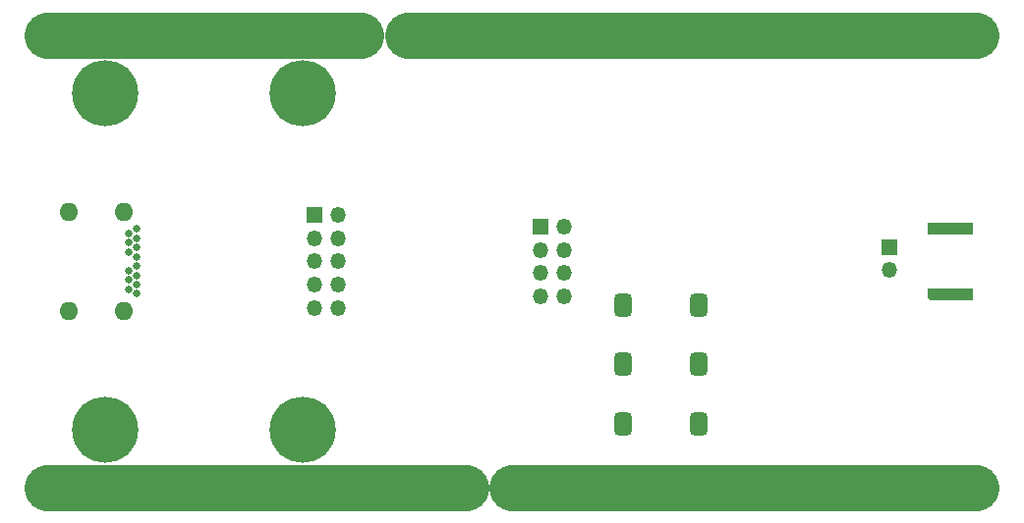
<source format=gbr>
%TF.GenerationSoftware,KiCad,Pcbnew,7.0.6-7.0.6~ubuntu22.04.1*%
%TF.CreationDate,2023-09-01T17:28:15+01:00*%
%TF.ProjectId,tec-controller,7465632d-636f-46e7-9472-6f6c6c65722e,rev?*%
%TF.SameCoordinates,Original*%
%TF.FileFunction,Soldermask,Bot*%
%TF.FilePolarity,Negative*%
%FSLAX46Y46*%
G04 Gerber Fmt 4.6, Leading zero omitted, Abs format (unit mm)*
G04 Created by KiCad (PCBNEW 7.0.6-7.0.6~ubuntu22.04.1) date 2023-09-01 17:28:15*
%MOMM*%
%LPD*%
G01*
G04 APERTURE LIST*
G04 Aperture macros list*
%AMRoundRect*
0 Rectangle with rounded corners*
0 $1 Rounding radius*
0 $2 $3 $4 $5 $6 $7 $8 $9 X,Y pos of 4 corners*
0 Add a 4 corners polygon primitive as box body*
4,1,4,$2,$3,$4,$5,$6,$7,$8,$9,$2,$3,0*
0 Add four circle primitives for the rounded corners*
1,1,$1+$1,$2,$3*
1,1,$1+$1,$4,$5*
1,1,$1+$1,$6,$7*
1,1,$1+$1,$8,$9*
0 Add four rect primitives between the rounded corners*
20,1,$1+$1,$2,$3,$4,$5,0*
20,1,$1+$1,$4,$5,$6,$7,0*
20,1,$1+$1,$6,$7,$8,$9,0*
20,1,$1+$1,$8,$9,$2,$3,0*%
%AMOutline5P*
0 Free polygon, 5 corners , with rotation*
0 The origin of the aperture is its center*
0 number of corners: always 5*
0 $1 to $10 corner X, Y*
0 $11 Rotation angle, in degrees counterclockwise*
0 create outline with 5 corners*
4,1,5,$1,$2,$3,$4,$5,$6,$7,$8,$9,$10,$1,$2,$11*%
%AMOutline6P*
0 Free polygon, 6 corners , with rotation*
0 The origin of the aperture is its center*
0 number of corners: always 6*
0 $1 to $12 corner X, Y*
0 $13 Rotation angle, in degrees counterclockwise*
0 create outline with 6 corners*
4,1,6,$1,$2,$3,$4,$5,$6,$7,$8,$9,$10,$11,$12,$1,$2,$13*%
%AMOutline7P*
0 Free polygon, 7 corners , with rotation*
0 The origin of the aperture is its center*
0 number of corners: always 7*
0 $1 to $14 corner X, Y*
0 $15 Rotation angle, in degrees counterclockwise*
0 create outline with 7 corners*
4,1,7,$1,$2,$3,$4,$5,$6,$7,$8,$9,$10,$11,$12,$13,$14,$1,$2,$15*%
%AMOutline8P*
0 Free polygon, 8 corners , with rotation*
0 The origin of the aperture is its center*
0 number of corners: always 8*
0 $1 to $16 corner X, Y*
0 $17 Rotation angle, in degrees counterclockwise*
0 create outline with 8 corners*
4,1,8,$1,$2,$3,$4,$5,$6,$7,$8,$9,$10,$11,$12,$13,$14,$15,$16,$1,$2,$17*%
G04 Aperture macros list end*
%ADD10C,4.000000*%
%ADD11C,3.600000*%
%ADD12C,5.700000*%
%ADD13R,1.350000X1.350000*%
%ADD14O,1.350000X1.350000*%
%ADD15C,0.650000*%
%ADD16O,1.600000X1.600000*%
%ADD17Outline5P,-1.930000X0.500000X1.930000X0.500000X1.930000X-0.500000X-1.730000X-0.500000X-1.930000X-0.300000X0.000000*%
%ADD18R,3.860000X1.000000*%
%ADD19RoundRect,0.375000X0.375000X0.625000X-0.375000X0.625000X-0.375000X-0.625000X0.375000X-0.625000X0*%
G04 APERTURE END LIST*
D10*
X150000000Y-119000000D02*
X190000000Y-119000000D01*
X141000000Y-80000000D02*
X190000000Y-80000000D01*
X110000000Y-80000000D02*
X137000000Y-80000000D01*
X110000000Y-119000000D02*
X146000000Y-119000000D01*
D11*
%TO.C,H102*%
X115000000Y-85000000D03*
D12*
X115000000Y-85000000D03*
%TD*%
D13*
%TO.C,J101*%
X152500000Y-96500000D03*
D14*
X154500000Y-96500000D03*
X152500000Y-98500000D03*
X154500000Y-98500000D03*
X152500000Y-100500000D03*
X154500000Y-100500000D03*
X152500000Y-102500000D03*
X154500000Y-102500000D03*
%TD*%
D11*
%TO.C,H104*%
X132000000Y-85000000D03*
D12*
X132000000Y-85000000D03*
%TD*%
D15*
%TO.C,J202*%
X117710000Y-102300000D03*
X117010000Y-101900000D03*
X117010000Y-101100000D03*
X117710000Y-100700000D03*
X117010000Y-100300000D03*
X117710000Y-99900000D03*
X117710000Y-99100000D03*
X117010000Y-98700000D03*
X117710000Y-98300000D03*
X117010000Y-97900000D03*
X117010000Y-97100000D03*
X117710000Y-96700000D03*
D16*
X116560000Y-95230000D03*
X111830000Y-95230000D03*
D15*
X117710000Y-97500000D03*
X117710000Y-101500000D03*
D16*
X116560000Y-103770000D03*
X111830000Y-103770000D03*
%TD*%
D13*
%TO.C,J102*%
X133000000Y-95500000D03*
D14*
X135000000Y-95500000D03*
X133000000Y-97500000D03*
X135000000Y-97500000D03*
X133000000Y-99500000D03*
X135000000Y-99500000D03*
X133000000Y-101500000D03*
X135000000Y-101500000D03*
X133000000Y-103500000D03*
X135000000Y-103500000D03*
%TD*%
D13*
%TO.C,J201*%
X182500000Y-98250000D03*
D14*
X182500000Y-100250000D03*
%TD*%
D11*
%TO.C,H101*%
X115000000Y-114000000D03*
D12*
X115000000Y-114000000D03*
%TD*%
D11*
%TO.C,H103*%
X132000000Y-114000000D03*
D12*
X132000000Y-114000000D03*
%TD*%
D17*
%TO.C,PE1*%
X187750000Y-102360000D03*
D18*
X187750000Y-96640000D03*
%TD*%
D19*
%TO.C,SW103*%
X166075596Y-113500000D03*
X159575596Y-113500000D03*
%TD*%
%TO.C,SW102*%
X166075596Y-108380000D03*
X159575596Y-108380000D03*
%TD*%
%TO.C,SW101*%
X166075596Y-103260000D03*
X159575596Y-103260000D03*
%TD*%
M02*

</source>
